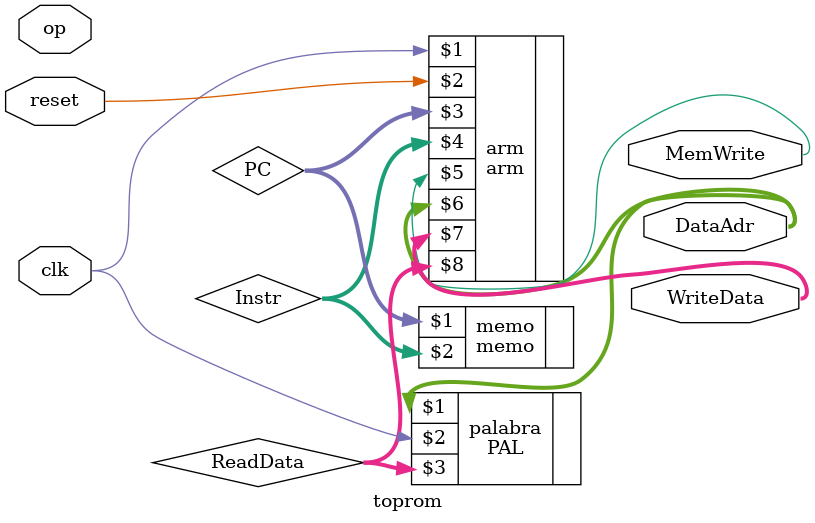
<source format=sv>
module toprom(input logic clk, reset,
		input logic [4:0] op,
		output logic [31:0] WriteData, DataAdr,
		output logic MemWrite);
	logic [31:0] PC, Instr, ReadData;
	// inicializacion
	arm arm(clk, reset, PC, Instr, MemWrite, DataAdr, WriteData, ReadData);
	memo memo(PC, Instr);
	PAL palabra (DataAdr, clk, ReadData);
endmodule 
</source>
